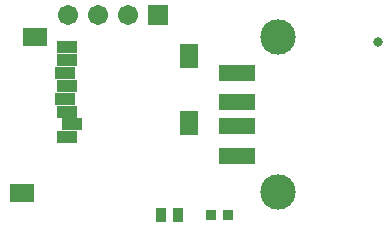
<source format=gts>
G04 Layer_Color=8388736*
%FSLAX43Y43*%
%MOMM*%
G71*
G01*
G75*
%ADD62R,3.083X1.323*%
%ADD63R,1.703X1.003*%
%ADD64R,2.103X1.603*%
%ADD65R,1.603X2.003*%
%ADD66R,0.965X1.168*%
%ADD67R,0.965X0.965*%
%ADD68R,1.703X1.703*%
%ADD69C,1.703*%
%ADD70C,3.003*%
%ADD71C,0.838*%
D62*
X23245Y6500D02*
D03*
Y13500D02*
D03*
X23245Y11000D02*
D03*
X23245Y9000D02*
D03*
D63*
X8875Y8035D02*
D03*
X9275Y9135D02*
D03*
X8875Y10235D02*
D03*
X8675Y11335D02*
D03*
X8875Y12435D02*
D03*
X8675Y13535D02*
D03*
X8875Y14635D02*
D03*
Y15735D02*
D03*
D64*
X5025Y3375D02*
D03*
X6175Y16525D02*
D03*
D65*
X19175Y9235D02*
D03*
Y14925D02*
D03*
D66*
X16851Y1500D02*
D03*
X18249D02*
D03*
D67*
X22448Y1501D02*
D03*
X21052D02*
D03*
D68*
X16586Y18415D02*
D03*
D69*
X14046D02*
D03*
X11506D02*
D03*
X8966D02*
D03*
D70*
X26695Y3425D02*
D03*
X26695Y16575D02*
D03*
D71*
X35175Y16100D02*
D03*
M02*

</source>
